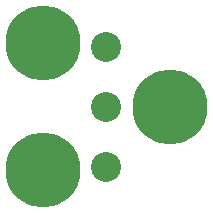
<source format=gbs>
%TF.GenerationSoftware,KiCad,Pcbnew,(6.0.4)*%
%TF.CreationDate,2022-03-24T18:37:27-03:00*%
%TF.ProjectId,PCB_Klicky_Probe,5043425f-4b6c-4696-936b-795f50726f62,rev?*%
%TF.SameCoordinates,Original*%
%TF.FileFunction,Soldermask,Bot*%
%TF.FilePolarity,Negative*%
%FSLAX46Y46*%
G04 Gerber Fmt 4.6, Leading zero omitted, Abs format (unit mm)*
G04 Created by KiCad (PCBNEW (6.0.4)) date 2022-03-24 18:37:27*
%MOMM*%
%LPD*%
G01*
G04 APERTURE LIST*
%ADD10C,2.540000*%
%ADD11C,6.350000*%
G04 APERTURE END LIST*
D10*
%TO.C,SW1*%
X103300000Y-81940000D03*
X103300000Y-87020000D03*
X103300000Y-92100000D03*
%TD*%
D11*
%TO.C,H2*%
X97910000Y-92420000D03*
%TD*%
%TO.C,H3*%
X97910000Y-81620000D03*
%TD*%
%TO.C,H1*%
X108710000Y-87020000D03*
%TD*%
M02*

</source>
